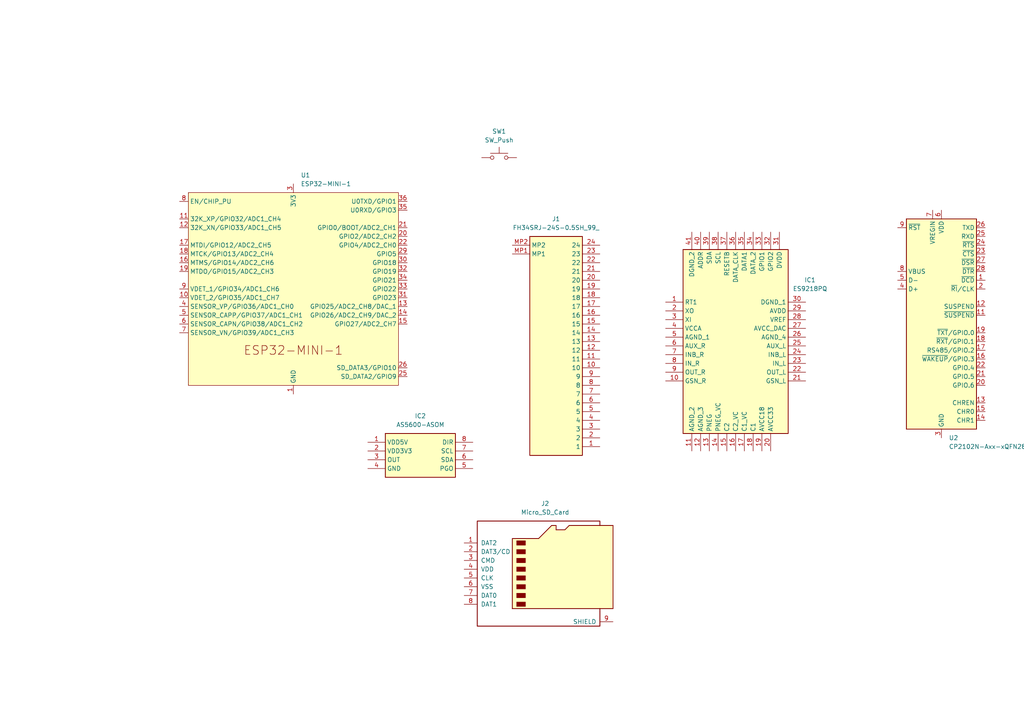
<source format=kicad_sch>
(kicad_sch (version 20250114) (generator "eeschema") (generator_version "9.0")
  (paper "A4")
  (lib_symbols
    (symbol "AS5600-ASOM:AS5600-ASOM"
      (property "Reference" "IC" (at 26.67 7.62 0))
      (property "Value" "AS5600-ASOM" (at 26.67 5.08 0))
      (symbol "AS5600-ASOM_1_1"
        (rectangle (start 5.08 2.54) (end 25.4 -10.16) (stroke (width 0.254)) (fill (type background)))
        (pin passive line (at 0 0 0) (length 5.08) (name "VDD5V") (number "1"))
        (pin passive line (at 0 -2.54 0) (length 5.08) (name "VDD3V3") (number "2"))
        (pin passive line (at 0 -5.08 0) (length 5.08) (name "OUT") (number "3"))
        (pin passive line (at 0 -7.62 0) (length 5.08) (name "GND") (number "4"))
        (pin passive line (at 30.48 0 180) (length 5.08) (name "DIR") (number "8"))
        (pin passive line (at 30.48 -2.54 180) (length 5.08) (name "SCL") (number "7"))
        (pin passive line (at 30.48 -5.08 180) (length 5.08) (name "SDA") (number "6"))
        (pin passive line (at 30.48 -7.62 180) (length 5.08) (name "PGO") (number "5"))
      )
    )
    (symbol "Connector:Micro_SD_Card" (pin_names (offset 1.016))
      (property "Reference" "J" (at -16.51 15.24 0))
      (property "Value" "Micro_SD_Card" (at 16.51 15.24 0))
      (symbol "Micro_SD_Card_0_1"
        (polyline (pts (xy -8.89 -11.43) (xy -8.89 8.89) (xy -1.27 8.89) (xy 2.54 12.7) (xy 3.81 12.7) (xy 3.81 11.43) (xy 6.35 11.43) (xy 7.62 12.7) (xy 20.32 12.7) (xy 20.32 -11.43) (xy -8.89 -11.43)) (stroke (width 0.254)) (fill (type background)))
        (rectangle (start -7.62 8.255) (end -5.08 6.985) (fill (type outline)))
        (rectangle (start -7.62 5.715) (end -5.08 4.445) (fill (type outline)))
        (rectangle (start -7.62 3.175) (end -5.08 1.905) (fill (type outline)))
        (rectangle (start -7.62 0.635) (end -5.08 -0.635) (fill (type outline)))
        (rectangle (start -7.62 -1.905) (end -5.08 -3.175) (fill (type outline)))
        (rectangle (start -7.62 -4.445) (end -5.08 -5.715) (fill (type outline)))
        (rectangle (start -7.62 -6.985) (end -5.08 -8.255) (fill (type outline)))
        (rectangle (start -7.62 -9.525) (end -5.08 -10.795) (fill (type outline)))
        (polyline (pts (xy 16.51 12.7) (xy 16.51 13.97) (xy -19.05 13.97) (xy -19.05 -16.51) (xy 16.51 -16.51) (xy 16.51 -11.43)) (stroke (width 0.254)))
      )
      (symbol "Micro_SD_Card_1_1"
        (pin bidirectional line (at -22.86 7.62 0) (length 3.81) (name "DAT2") (number "1"))
        (pin bidirectional line (at -22.86 5.08 0) (length 3.81) (name "DAT3/CD") (number "2"))
        (pin input line (at -22.86 2.54 0) (length 3.81) (name "CMD") (number "3"))
        (pin power_in line (at -22.86 0 0) (length 3.81) (name "VDD") (number "4"))
        (pin input line (at -22.86 -2.54 0) (length 3.81) (name "CLK") (number "5"))
        (pin power_in line (at -22.86 -5.08 0) (length 3.81) (name "VSS") (number "6"))
        (pin bidirectional line (at -22.86 -7.62 0) (length 3.81) (name "DAT0") (number "7"))
        (pin bidirectional line (at -22.86 -10.16 0) (length 3.81) (name "DAT1") (number "8"))
        (pin passive line (at 20.32 -15.24 180) (length 3.81) (name "SHIELD") (number "9"))
      )
    )
    (symbol "ES9218PQ:ES9218PQ"
      (property "Reference" "IC" (at 36.83 20.32 0))
      (property "Value" "ES9218PQ" (at 36.83 17.78 0))
      (symbol "ES9218PQ_1_1"
        (rectangle (start 5.08 15.24) (end 35.56 -38.1) (stroke (width 0.254)) (fill (type background)))
        (pin passive line (at 0 0 0) (length 5.08) (name "RT1") (number "1"))
        (pin passive line (at 0 -2.54 0) (length 5.08) (name "XO") (number "2"))
        (pin passive line (at 0 -5.08 0) (length 5.08) (name "XI") (number "3"))
        (pin passive line (at 0 -7.62 0) (length 5.08) (name "VCCA") (number "4"))
        (pin passive line (at 0 -10.16 0) (length 5.08) (name "AGND_1") (number "5"))
        (pin passive line (at 0 -12.7 0) (length 5.08) (name "AUX_R") (number "6"))
        (pin passive line (at 0 -15.24 0) (length 5.08) (name "INB_R") (number "7"))
        (pin passive line (at 0 -17.78 0) (length 5.08) (name "IN_R") (number "8"))
        (pin passive line (at 0 -20.32 0) (length 5.08) (name "OUT_R") (number "9"))
        (pin passive line (at 0 -22.86 0) (length 5.08) (name "GSN_R") (number "10"))
        (pin passive line (at 7.62 20.32 270) (length 5.08) (name "DGND_2") (number "41"))
        (pin passive line (at 7.62 -43.18 90) (length 5.08) (name "AGND_2") (number "11"))
        (pin passive line (at 10.16 20.32 270) (length 5.08) (name "ADDR") (number "40"))
        (pin passive line (at 10.16 -43.18 90) (length 5.08) (name "AGND_3") (number "12"))
        (pin passive line (at 12.7 20.32 270) (length 5.08) (name "SDA") (number "39"))
        (pin passive line (at 12.7 -43.18 90) (length 5.08) (name "PNEG") (number "13"))
        (pin passive line (at 15.24 20.32 270) (length 5.08) (name "SCL") (number "38"))
        (pin passive line (at 15.24 -43.18 90) (length 5.08) (name "PNEG_VC") (number "14"))
        (pin passive line (at 17.78 20.32 270) (length 5.08) (name "RESETB") (number "37"))
        (pin passive line (at 17.78 -43.18 90) (length 5.08) (name "C2") (number "15"))
        (pin passive line (at 20.32 20.32 270) (length 5.08) (name "DATA_CLK") (number "36"))
        (pin passive line (at 20.32 -43.18 90) (length 5.08) (name "C2_VC") (number "16"))
        (pin passive line (at 22.86 20.32 270) (length 5.08) (name "DATA1") (number "35"))
        (pin passive line (at 22.86 -43.18 90) (length 5.08) (name "C1_VC") (number "17"))
        (pin passive line (at 25.4 20.32 270) (length 5.08) (name "DATA_2") (number "34"))
        (pin passive line (at 25.4 -43.18 90) (length 5.08) (name "C1") (number "18"))
        (pin passive line (at 27.94 20.32 270) (length 5.08) (name "GPIO1") (number "33"))
        (pin passive line (at 27.94 -43.18 90) (length 5.08) (name "AVCC18") (number "19"))
        (pin passive line (at 30.48 20.32 270) (length 5.08) (name "GPIO2") (number "32"))
        (pin passive line (at 30.48 -43.18 90) (length 5.08) (name "AVCC33") (number "20"))
        (pin passive line (at 33.02 20.32 270) (length 5.08) (name "DVDD") (number "31"))
        (pin passive line (at 40.64 0 180) (length 5.08) (name "DGND_1") (number "30"))
        (pin passive line (at 40.64 -2.54 180) (length 5.08) (name "AVDD") (number "29"))
        (pin passive line (at 40.64 -5.08 180) (length 5.08) (name "VREF") (number "28"))
        (pin passive line (at 40.64 -7.62 180) (length 5.08) (name "AVCC_DAC") (number "27"))
        (pin passive line (at 40.64 -10.16 180) (length 5.08) (name "AGND_4") (number "26"))
        (pin passive line (at 40.64 -12.7 180) (length 5.08) (name "AUX_L") (number "25"))
        (pin passive line (at 40.64 -15.24 180) (length 5.08) (name "INB_L") (number "24"))
        (pin passive line (at 40.64 -17.78 180) (length 5.08) (name "IN_L") (number "23"))
        (pin passive line (at 40.64 -20.32 180) (length 5.08) (name "OUT_L") (number "22"))
        (pin passive line (at 40.64 -22.86 180) (length 5.08) (name "GSN_L") (number "21"))
      )
    )
    (symbol "FH34SRJ-24S-0_5SH_99_:FH34SRJ-24S-0.5SH_99_"
      (property "Reference" "J" (at 21.59 7.62 0))
      (property "Value" "FH34SRJ-24S-0.5SH_99_" (at 21.59 5.08 0))
      (symbol "FH34SRJ-24S-0.5SH_99__1_1"
        (rectangle (start 5.08 2.54) (end 20.32 -60.96) (stroke (width 0.254)) (fill (type background)))
        (pin passive line (at 0 0 0) (length 5.08) (name "MP2") (number "MP2"))
        (pin passive line (at 0 -2.54 0) (length 5.08) (name "MP1") (number "MP1"))
        (pin passive line (at 25.4 0 180) (length 5.08) (name "24") (number "24"))
        (pin passive line (at 25.4 -2.54 180) (length 5.08) (name "23") (number "23"))
        (pin passive line (at 25.4 -5.08 180) (length 5.08) (name "22") (number "22"))
        (pin passive line (at 25.4 -7.62 180) (length 5.08) (name "21") (number "21"))
        (pin passive line (at 25.4 -10.16 180) (length 5.08) (name "20") (number "20"))
        (pin passive line (at 25.4 -12.7 180) (length 5.08) (name "19") (number "19"))
        (pin passive line (at 25.4 -15.24 180) (length 5.08) (name "18") (number "18"))
        (pin passive line (at 25.4 -17.78 180) (length 5.08) (name "17") (number "17"))
        (pin passive line (at 25.4 -20.32 180) (length 5.08) (name "16") (number "16"))
        (pin passive line (at 25.4 -22.86 180) (length 5.08) (name "15") (number "15"))
        (pin passive line (at 25.4 -25.4 180) (length 5.08) (name "14") (number "14"))
        (pin passive line (at 25.4 -27.94 180) (length 5.08) (name "13") (number "13"))
        (pin passive line (at 25.4 -30.48 180) (length 5.08) (name "12") (number "12"))
        (pin passive line (at 25.4 -33.02 180) (length 5.08) (name "11") (number "11"))
        (pin passive line (at 25.4 -35.56 180) (length 5.08) (name "10") (number "10"))
        (pin passive line (at 25.4 -38.1 180) (length 5.08) (name "9") (number "9"))
        (pin passive line (at 25.4 -40.64 180) (length 5.08) (name "8") (number "8"))
        (pin passive line (at 25.4 -43.18 180) (length 5.08) (name "7") (number "7"))
        (pin passive line (at 25.4 -45.72 180) (length 5.08) (name "6") (number "6"))
        (pin passive line (at 25.4 -48.26 180) (length 5.08) (name "5") (number "5"))
        (pin passive line (at 25.4 -50.8 180) (length 5.08) (name "4") (number "4"))
        (pin passive line (at 25.4 -53.34 180) (length 5.08) (name "3") (number "3"))
        (pin passive line (at 25.4 -55.88 180) (length 5.08) (name "2") (number "2"))
        (pin passive line (at 25.4 -58.42 180) (length 5.08) (name "1") (number "1"))
      )
    )
    (symbol "Interface_USB:CP2102N-Axx-xQFN28"
      (property "Reference" "U" (at -8.89 31.75 0))
      (property "Value" "CP2102N-Axx-xQFN28" (at 12.7 31.75 0))
      (symbol "CP2102N-Axx-xQFN28_0_1"
        (rectangle (start -10.16 30.48) (end 10.16 -30.48) (stroke (width 0.254)) (fill (type background)))
      )
      (symbol "CP2102N-Axx-xQFN28_1_1"
        (pin input line (at -12.7 27.94 0) (length 2.54) (name "~{RST}") (number "9"))
        (pin input line (at -12.7 15.24 0) (length 2.54) (name "VBUS") (number "8"))
        (pin bidirectional line (at -12.7 12.7 0) (length 2.54) (name "D-") (number "5"))
        (pin bidirectional line (at -12.7 10.16 0) (length 2.54) (name "D+") (number "4"))
        (pin no_connect line (at -10.16 -27.94 0) (length 2.54) (hide yes) (name "NC") (number "10"))
        (pin power_in line (at -2.54 33.02 270) (length 2.54) (name "VREGIN") (number "7"))
        (pin power_in line (at 0 33.02 270) (length 2.54) (name "VDD") (number "6"))
        (pin passive line (at 0 -33.02 90) (length 2.54) (hide yes) (name "GND") (number "29"))
        (pin power_in line (at 0 -33.02 90) (length 2.54) (name "GND") (number "3"))
        (pin output line (at 12.7 27.94 180) (length 2.54) (name "TXD") (number "26"))
        (pin input line (at 12.7 25.4 180) (length 2.54) (name "RXD") (number "25"))
        (pin output line (at 12.7 22.86 180) (length 2.54) (name "~{RTS}") (number "24"))
        (pin input line (at 12.7 20.32 180) (length 2.54) (name "~{CTS}") (number "23"))
        (pin input line (at 12.7 17.78 180) (length 2.54) (name "~{DSR}") (number "27"))
        (pin output line (at 12.7 15.24 180) (length 2.54) (name "~{DTR}") (number "28"))
        (pin input line (at 12.7 12.7 180) (length 2.54) (name "~{DCD}") (number "1"))
        (pin bidirectional line (at 12.7 10.16 180) (length 2.54) (name "~{RI}/CLK") (number "2"))
        (pin output line (at 12.7 5.08 180) (length 2.54) (name "SUSPEND") (number "12"))
        (pin output line (at 12.7 2.54 180) (length 2.54) (name "~{SUSPEND}") (number "11"))
        (pin bidirectional line (at 12.7 -2.54 180) (length 2.54) (name "~{TXT}/GPIO.0") (number "19"))
        (pin bidirectional line (at 12.7 -5.08 180) (length 2.54) (name "~{RXT}/GPIO.1") (number "18"))
        (pin bidirectional line (at 12.7 -7.62 180) (length 2.54) (name "RS485/GPIO.2") (number "17"))
        (pin bidirectional line (at 12.7 -10.16 180) (length 2.54) (name "~{WAKEUP}/GPIO.3") (number "16"))
        (pin bidirectional line (at 12.7 -12.7 180) (length 2.54) (name "GPIO.4") (number "22"))
        (pin bidirectional line (at 12.7 -15.24 180) (length 2.54) (name "GPIO.5") (number "21"))
        (pin bidirectional line (at 12.7 -17.78 180) (length 2.54) (name "GPIO.6") (number "20"))
        (pin output line (at 12.7 -22.86 180) (length 2.54) (name "CHREN") (number "13"))
        (pin output line (at 12.7 -25.4 180) (length 2.54) (name "CHR0") (number "15"))
        (pin output line (at 12.7 -27.94 180) (length 2.54) (name "CHR1") (number "14"))
      )
    )
    (symbol "PCM_Espressif:ESP32-MINI-1"
      (property "Reference" "U" (at -30.48 33.02 0))
      (property "Value" "ESP32-MINI-1" (at -30.48 30.48 0))
      (symbol "ESP32-MINI-1_0_0"
        (text "ESP32-MINI-1" (at 0 -17.78 0) (effects (font (size 2.54 2.54))))
        (pin power_in line (at 0 -30.48 90) (length 2.54) (name "GND") (number "1"))
        (pin passive line (at 0 -30.48 90) (length 2.54) (hide yes) (name "GND") (number "42"))
        (pin passive line (at 0 -30.48 90) (length 2.54) (hide yes) (name "GND") (number "47"))
        (pin bidirectional line (at 33.02 7.62 180) (length 2.54) (name "GPIO18") (number "30"))
        (pin bidirectional line (at 33.02 -2.54 180) (length 2.54) (name "GPIO23") (number "31"))
      )
      (symbol "ESP32-MINI-1_0_1"
        (rectangle (start -30.48 27.94) (end 30.48 -27.94) (fill (type background)))
        (pin passive line (at 0 -30.48 90) (length 2.54) (hide yes) (name "GND") (number "38"))
        (pin passive line (at 0 -30.48 90) (length 2.54) (hide yes) (name "GND") (number "39"))
        (pin passive line (at 0 -30.48 90) (length 2.54) (hide yes) (name "GND") (number "40"))
        (pin passive line (at 0 -30.48 90) (length 2.54) (hide yes) (name "GND") (number "41"))
        (pin passive line (at 0 -30.48 90) (length 2.54) (hide yes) (name "GND") (number "43"))
        (pin passive line (at 0 -30.48 90) (length 2.54) (hide yes) (name "GND") (number "44"))
        (pin passive line (at 0 -30.48 90) (length 2.54) (hide yes) (name "GND") (number "45"))
        (pin passive line (at 0 -30.48 90) (length 2.54) (hide yes) (name "GND") (number "46"))
        (pin passive line (at 0 -30.48 90) (length 2.54) (hide yes) (name "GND") (number "48"))
        (pin passive line (at 0 -30.48 90) (length 2.54) (hide yes) (name "GND") (number "49"))
        (pin passive line (at 0 -30.48 90) (length 2.54) (hide yes) (name "GND") (number "50"))
        (pin passive line (at 0 -30.48 90) (length 2.54) (hide yes) (name "GND") (number "51"))
        (pin passive line (at 0 -30.48 90) (length 2.54) (hide yes) (name "GND") (number "52"))
        (pin passive line (at 0 -30.48 90) (length 2.54) (hide yes) (name "GND") (number "53"))
        (pin passive line (at 0 -30.48 90) (length 2.54) (hide yes) (name "GND") (number "54"))
        (pin passive line (at 0 -30.48 90) (length 2.54) (hide yes) (name "GND") (number "55"))
      )
      (symbol "ESP32-MINI-1_1_1"
        (pin input line (at -33.02 25.4 0) (length 2.54) (name "EN/CHIP_PU") (number "8"))
        (pin bidirectional line (at -33.02 20.32 0) (length 2.54) (name "32K_XP/GPIO32/ADC1_CH4") (number "11"))
        (pin bidirectional line (at -33.02 17.78 0) (length 2.54) (name "32K_XN/GPIO33/ADC1_CH5") (number "12"))
        (pin bidirectional line (at -33.02 12.7 0) (length 2.54) (name "MTDI/GPIO12/ADC2_CH5") (number "17"))
        (pin bidirectional line (at -33.02 10.16 0) (length 2.54) (name "MTCK/GPIO13/ADC2_CH4") (number "18"))
        (pin bidirectional line (at -33.02 7.62 0) (length 2.54) (name "MTMS/GPIO14/ADC2_CH6") (number "16"))
        (pin bidirectional line (at -33.02 5.08 0) (length 2.54) (name "MTDO/GPIO15/ADC2_CH3") (number "19"))
        (pin input line (at -33.02 0 0) (length 2.54) (name "VDET_1/GPIO34/ADC1_CH6") (number "9"))
        (pin input line (at -33.02 -2.54 0) (length 2.54) (name "VDET_2/GPIO35/ADC1_CH7") (number "10"))
        (pin input line (at -33.02 -5.08 0) (length 2.54) (name "SENSOR_VP/GPIO36/ADC1_CH0") (number "4"))
        (pin input line (at -33.02 -7.62 0) (length 2.54) (name "SENSOR_CAPP/GPIO37/ADC1_CH1") (number "5"))
        (pin input line (at -33.02 -10.16 0) (length 2.54) (name "SENSOR_CAPN/GPIO38/ADC1_CH2") (number "6"))
        (pin input line (at -33.02 -12.7 0) (length 2.54) (name "SENSOR_VN/GPIO39/ADC1_CH3") (number "7"))
        (pin no_connect line (at -30.48 -17.78 0) (length 2.54) (hide yes) (name "NC") (number "23"))
        (pin no_connect line (at -30.48 -20.32 0) (length 2.54) (hide yes) (name "NC") (number "24"))
        (pin no_connect line (at -30.48 -22.86 0) (length 2.54) (hide yes) (name "NC") (number "28"))
        (pin no_connect line (at -30.48 -25.4 0) (length 2.54) (hide yes) (name "NC") (number "37"))
        (pin power_in line (at 0 30.48 270) (length 2.54) (name "3V3") (number "3"))
        (pin passive line (at 0 -30.48 90) (length 2.54) (hide yes) (name "GND") (number "2"))
        (pin passive line (at 0 -30.48 90) (length 2.54) (hide yes) (name "GND") (number "27"))
        (pin bidirectional line (at 33.02 25.4 180) (length 2.54) (name "U0TXD/GPIO1") (number "36"))
        (pin bidirectional line (at 33.02 22.86 180) (length 2.54) (name "U0RXD/GPIO3") (number "35"))
        (pin bidirectional line (at 33.02 17.78 180) (length 2.54) (name "GPIO0/BOOT/ADC2_CH1") (number "21"))
        (pin bidirectional line (at 33.02 15.24 180) (length 2.54) (name "GPIO2/ADC2_CH2") (number "20"))
        (pin bidirectional line (at 33.02 12.7 180) (length 2.54) (name "GPIO4/ADC2_CH0") (number "22"))
        (pin bidirectional line (at 33.02 10.16 180) (length 2.54) (name "GPIO5") (number "29"))
        (pin bidirectional line (at 33.02 5.08 180) (length 2.54) (name "GPIO19") (number "32"))
        (pin bidirectional line (at 33.02 2.54 180) (length 2.54) (name "GPIO21") (number "34"))
        (pin bidirectional line (at 33.02 0 180) (length 2.54) (name "GPIO22") (number "33"))
        (pin bidirectional line (at 33.02 -5.08 180) (length 2.54) (name "GPIO25/ADC2_CH8/DAC_1") (number "13"))
        (pin bidirectional line (at 33.02 -7.62 180) (length 2.54) (name "GPIO26/ADC2_CH9/DAC_2") (number "14"))
        (pin bidirectional line (at 33.02 -10.16 180) (length 2.54) (name "GPIO27/ADC2_CH7") (number "15"))
        (pin bidirectional line (at 33.02 -22.86 180) (length 2.54) (name "SD_DATA3/GPIO10") (number "26"))
        (pin bidirectional line (at 33.02 -25.4 180) (length 2.54) (name "SD_DATA2/GPIO9") (number "25"))
      )
    )
    (symbol "Switch:SW_Push" (pin_numbers (hide yes)) (pin_names (offset 1.016) (hide yes))
      (property "Reference" "SW" (at 1.27 2.54 0))
      (property "Value" "SW_Push" (at 0 -1.524 0))
      (symbol "SW_Push_0_1"
        (circle (center -2.032 0) (radius 0.508))
        (polyline (pts (xy 0 1.27) (xy 0 3.048)))
        (circle (center 2.032 0) (radius 0.508))
        (polyline (pts (xy 2.54 1.27) (xy -2.54 1.27)))
        (pin passive line (at -5.08 0 0) (length 2.54) (name "1") (number "1"))
        (pin passive line (at 5.08 0 180) (length 2.54) (name "2") (number "2"))
      )
    )
  )
  (symbol (lib_id "Interface_USB:CP2102N-Axx-xQFN28") (at 273.05 93.98 0) (unit 1)
    (property "Reference" "U2" (at 275.1933 127 0) (effects (justify left)))
    (property "Value" "CP2102N-Axx-xQFN28" (at 275.1933 129.54 0) (effects (justify left)))
    (property "Footprint" "Package_DFN_QFN:QFN-28-1EP_5x5mm_P0.5mm_EP3.35x3.35mm" (effects (hide yes)))
    (property "Datasheet" "https://www.silabs.com/documents/public/data-sheets/cp2102n-datasheet.pdf" (effects (hide yes)))
    (property "Description" "USB to UART master bridge, QFN-28" (effects (hide yes)))
  )
  (symbol (lib_id "FH34SRJ-24S-0_5SH_99_:FH34SRJ-24S-0.5SH_99_") (at 148.59 71.12 0) (unit 1)
    (property "Reference" "J1" (at 161.29 63.5 0))
    (property "Value" "FH34SRJ-24S-0.5SH_99_" (at 161.29 66.04 0))
    (property "Footprint" "FH34SRJ24S05SH99" (effects (hide yes)))
    (property "Datasheet" "https://www.hirose.com/en/product/document?clcode=CL0580-1255-6-99&productname=FH34SRJ-24S-0.5SH(99)&series=FH34SRJ&documenttype=2DDrawing&lang=en&documentid=0000990903" (effects (hide yes)))
    (property "Description" "24 Position FFC, FPC Connector Contacts, Top and Bottom 0.020\" (0.50mm) Surface Mount, Right Angle" (effects (hide yes)))
    (property "Height" "1.1" (effects (hide yes)))
    (property "Manufacturer_Name" "Hirose" (effects (hide yes)))
    (property "Manufacturer_Part_Number" "FH34SRJ-24S-0.5SH(99)" (effects (hide yes)))
    (property "Mouser Part Number" "798-FH34SRJ24S05SH99" (effects (hide yes)))
    (property "Mouser Price/Stock" "https://www.mouser.co.uk/ProductDetail/Hirose-Connector/FH34SRJ-24S-0.5SH99?qs=vcbW%252B4%252BSTIpKBl5ap9J8Fw%3D%3D" (effects (hide yes)))
  )
  (symbol (lib_id "ES9218PQ:ES9218PQ") (at 193.04 87.63 0) (unit 1)
    (property "Reference" "IC1" (at 234.95 81.2098 0))
    (property "Value" "ES9218PQ" (at 234.95 83.7498 0))
    (property "Footprint" "ES9218PQ:QFN40P500X500X80-41N-D" (effects (hide yes)))
    (property "Datasheet" "https://eu.mouser.com/datasheet/2/1082/ES9218P_Datasheet_v1_8-2933526.pdf" (effects (hide yes)))
    (property "Description" "Audio D/A Converter ICs Sabre 32 2V rms Integrated Stereo QUAD DAC /HPA/Switch" (effects (hide yes)))
    (property "Height" "0.8" (effects (hide yes)))
    (property "Manufacturer_Name" "ESS Technology" (effects (hide yes)))
    (property "Manufacturer_Part_Number" "ES9218PQ" (effects (hide yes)))
    (property "Mouser Part Number" "460-ES9218PQ" (effects (hide yes)))
    (property "Mouser Price/Stock" "https://www.mouser.co.uk/ProductDetail/ESS-Technology/ES9218PQ?qs=sPbYRqrBIVkIKXrxpjKBFg%3D%3D" (effects (hide yes)))
  )
  (symbol (lib_id "PCM_Espressif:ESP32-MINI-1") (at 85.09 83.82 0) (unit 1)
    (property "Reference" "U1" (at 87.2333 50.8 0) (effects (justify left)))
    (property "Value" "ESP32-MINI-1" (at 87.2333 53.34 0) (effects (justify left)))
    (property "Footprint" "PCM_Espressif:ESP32-MINI-1U" (effects (hide yes)))
    (property "Datasheet" "https://www.espressif.com/sites/default/files/documentation/esp32-mini-1_datasheet_en.pdf" (effects (hide yes)))
    (property "Description" "ESP32-MINI-1/U MCU, SiP, 4MB Flash in ESP32-MINI-format" (effects (hide yes)))
  )
  (symbol (lib_id "Connector:Micro_SD_Card") (at 157.48 165.1 0) (unit 1)
    (property "Reference" "J2" (at 158.115 146.05 0))
    (property "Value" "Micro_SD_Card" (at 158.115 148.59 0))
    (property "Footprint" "Connector_Card:microSD_HC_Molex_47219-2001" (effects (hide yes)))
    (property "Datasheet" "https://www.we-online.com/components/products/datasheet/693072010801.pdf" (effects (hide yes)))
    (property "Description" "Micro SD Card Socket" (effects (hide yes)))
  )
  (symbol (lib_id "AS5600-ASOM:AS5600-ASOM") (at 106.68 128.27 0) (unit 1)
    (property "Reference" "IC2" (at 121.92 120.65 0))
    (property "Value" "AS5600-ASOM" (at 121.92 123.19 0))
    (property "Footprint" "SOIC127P600X175-8N" (effects (hide yes)))
    (property "Datasheet" "https://datasheet.datasheetarchive.com/originals/distributors/DKDS-11/214624.pdf" (effects (hide yes)))
    (property "Description" "IC SENSOR MAG ROTARY 12BIT 8SOIC" (effects (hide yes)))
    (property "Height" "1.75" (effects (hide yes)))
    (property "Manufacturer_Name" "ams OSRAM" (effects (hide yes)))
    (property "Manufacturer_Part_Number" "AS5600-ASOM" (effects (hide yes)))
    (property "Mouser Part Number" "985-AS5600-ASOM" (effects (hide yes)))
    (property "Mouser Price/Stock" "https://www.mouser.co.uk/ProductDetail/ams-OSRAM/AS5600-ASOM?qs=KTMMzrZdriG6aU1h9lJCUQ%3D%3D" (effects (hide yes)))
    (property "Arrow Part Number" "AS5600-ASOM" (effects (hide yes)))
    (property "Arrow Price/Stock" "https://www.arrow.com/en/products/as5600-asom/ams-osram?utm_currency=USD&region=nac" (effects (hide yes)))
  )
  (symbol (lib_id "Switch:SW_Push") (at 144.78 45.72 0) (unit 1)
    (property "Reference" "SW1" (at 144.78 38.1 0))
    (property "Value" "SW_Push" (at 144.78 40.64 0))
    (property "Description" "Push button switch, generic, two pins" (effects (hide yes)))
  )
)
</source>
